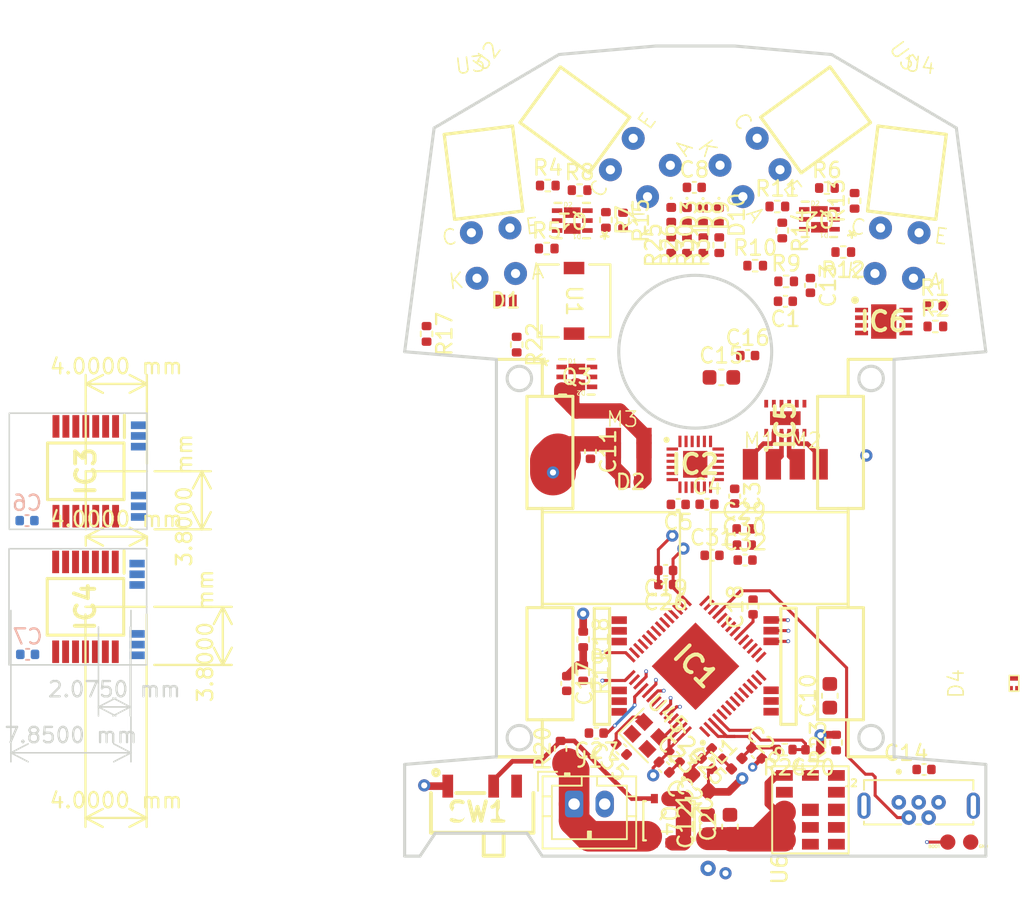
<source format=kicad_pcb>
(kicad_pcb (version 20221018) (generator pcbnew)
  (layers (0 "F.Cu" signal) (1 "In1.Cu" signal) (2 "In2.Cu" signal) (31 "B.Cu" signal) (34 "B.Paste" user) (35 "F.Paste" user) (36 "B.SilkS" user "B.Silkscreen") (37 "F.SilkS" user "F.Silkscreen") (38 "B.Mask" user) (39 "F.Mask" user) (44 "Edge.Cuts" user))
  (net 0 "")
  (net 1 "+3V3")
  (net 2 "+BATT")
  (net 3 "Net-(IC2-REGOUT)")
  (net 4 "Net-(J2-VBUS)")
  (net 5 "VBATT")
  (net 6 "Net-(IC1-CHIP_PU)")
  (net 7 "Net-(IC1-VDD3P3_1)")
  (net 8 "SENS_R")
  (net 9 "SENS_FR")
  (net 10 "SENS_FL")
  (net 11 "SENS_L")
  (net 12 "/BOOT")
  (net 13 "Net-(D1-A)")
  (net 14 "Net-(D2-A)")
  (net 15 "Net-(D3-K)")
  (net 16 "Net-(D3-A)")
  (net 17 "USB_D+")
  (net 18 "USB_D-")
  (net 19 "Net-(D8-K)")
  (net 20 "Net-(D8-A)")
  (net 21 "Net-(D9-K)")
  (net 22 "Net-(D9-A)")
  (net 23 "Net-(D10-K)")
  (net 24 "Net-(D10-A)")
  (net 26 "ENC1_CS")
  (net 27 "ENC2_CS")
  (net 28 "IMU_CS")
  (net 30 "ENC_CLK")
  (net 31 "ENC_MISO")
  (net 32 "ENC_MOSI")
  (net 33 "LED_SCL")
  (net 34 "LED_SDA")
  (net 37 "IMU_CLK")
  (net 38 "IMU_MISO")
  (net 39 "IMU_MOSI")
  (net 49 "MOT2_ENBL")
  (net 50 "MOT2_PHASE")
  (net 51 "MOT1_ENBL")
  (net 52 "MOT1_PHASE")
  (net 53 "MOT_MODE")
  (net 54 "BUZZER")
  (net 56 "FAN_PWM")
  (net 57 "LED_R")
  (net 58 "LED_FR")
  (net 61 "LED_FL")
  (net 62 "LED_L")
  (net 64 "Net-(IC1-XTAL_P)")
  (net 91 "Net-(IC5-AOUT1)")
  (net 92 "Net-(IC5-AOUT2)")
  (net 93 "Net-(IC5-BOUT1)")
  (net 94 "Net-(IC5-BOUT2)")
  (net 96 "Net-(J1-Pin_1)")
  (net 98 "Net-(Q2-D2)")
  (net 99 "Net-(Q2-D1)")
  (net 100 "Net-(Q4-G)")
  (net 101 "Net-(R5-Pad1)")
  (net 102 "Net-(R7-Pad1)")
  (net 103 "Net-(R11-Pad1)")
  (net 104 "SE_S_FR")
  (net 105 "Net-(R13-Pad1)")
  (net 106 "Net-(U6-FB)")
  (net 111 "GND")
  (net 112 "Net-(Q1-Pad3)")
  (net 113 "Net-(Q1-Pad6)")
  (footprint "footprints:SMT-0440-S-R_PUI" (layer "F.Cu") (at 143.075 73.6713 -90)
    (fp_text reference "U1")
    (fp_text value "SMT-0440-S-R")
  )
  (footprint "Capacitor_SMD:C_0603_1608Metric" (layer "F.Cu") (at 151.81 108.08 90)
    (fp_text reference "C12")
    (fp_text value "22u")
  )
  (footprint "Resistor_SMD:R_0402_1005Metric" (layer "F.Cu") (at 149.43 70.03 90)
    (fp_text reference "R25")
    (fp_text value "1k")
  )
  (footprint "Capacitor_SMD:C_0402_1005Metric" (layer "F.Cu") (at 149.89 86.99 180)
    (fp_text reference "C5")
    (fp_text value "0.1u")
  )
  (footprint "Resistor_SMD:R_0402_1005Metric" (layer "F.Cu") (at 152.57 70.03 90)
    (fp_text reference "R31")
    (fp_text value "1k")
  )
  (footprint "footprints:WURTH_614105150721" (layer "F.Cu") (at 165.61 106.4775)
    (fp_text reference "J2")
    (fp_text value "USB_B_Micro")
  )
  (footprint "Resistor_SMD:R_0402_1005Metric" (layer "F.Cu") (at 160.21 102.57 90)
    (fp_text reference "R23")
    (fp_text value "1.3k")
  )
  (footprint "footprints:encoder_footprint" (layer "F.Cu") (at 145.53 101.06 90)
    (fp_text reference "REF**")
    (fp_text value "encoder_footprint")
  )
  (footprint "Capacitor_SMD:C_0402_1005Metric" (layer "F.Cu") (at 151.75 103.95 135)
    (fp_text reference "C22")
    (fp_text value "1u")
  )
  (footprint "Capacitor_SMD:C_0402_1005Metric" (layer "F.Cu") (at 154.26 90.63)
    (fp_text reference "C32")
    (fp_text value "0.1u")
  )
  (footprint "footprints:DFN2020-6L_MCE" (layer "F.Cu") (at 143.2594 78.649986)
    (fp_text reference "Q3")
    (fp_text value "MCM3400A-TP")
  )
  (footprint "footprints:LBR-127HLD" (layer "F.Cu") (at 165.18 62.51 -7)
    (fp_text reference "U4")
    (fp_text value "LBR-127HLD")
  )
  (footprint "Resistor_SMD:R_0402_1005Metric" (layer "F.Cu") (at 141.36 66.13)
    (fp_text reference "R4")
    (fp_text value "47k")
  )
  (footprint "footprints:QFN40P700X700X90-57N-D" (layer "F.Cu") (at 151.017883 97.577153 135)
    (fp_text reference "IC1")
    (fp_text value "ESP32-S3FH4R2" hide)
  )
  (footprint "Resistor_SMD:R_0402_1005Metric" (layer "F.Cu") (at 150.46 70.03 90)
    (fp_text reference "R26")
    (fp_text value "1k")
  )
  (footprint "footprints:CONV_LXDC55FAAA-203" (layer "F.Cu") (at 158.53 106.97 90)
    (fp_text reference "U6")
    (fp_text value "LXDC55FAAA-203")
  )
  (footprint "Capacitor_SMD:C_0402_1005Metric" (layer "F.Cu") (at 158.532 72.663 -90)
    (fp_text reference "C13")
    (fp_text value "0.1u")
  )
  (footprint "LED_SMD:LED_0402_1005Metric" (layer "F.Cu") (at 152.55 68.055 -90)
    (fp_text reference "D10")
    (fp_text value "LED")
  )
  (footprint "Capacitor_SMD:C_0603_1608Metric" (layer "F.Cu") (at 153.27 108.07 90)
    (fp_text reference "C2")
    (fp_text value "22u")
  )
  (footprint "Capacitor_SMD:C_0402_1005Metric" (layer "F.Cu") (at 154.43 77.25)
    (fp_text reference "C16")
    (fp_text value "0.1u")
  )
  (footprint "Resistor_SMD:R_0402_1005Metric" (layer "F.Cu") (at 154.92 71.37)
    (fp_text reference "R10")
    (fp_text value "47k")
  )
  (footprint "Resistor_SMD:R_0402_1005Metric" (layer "F.Cu") (at 143.675 95.825 -90)
    (fp_text reference "R18")
    (fp_text value "10k")
  )
  (footprint "Crystal:Crystal_SMD_2016-4Pin_2.0x1.6mm" (layer "F.Cu") (at 147.766117 102.103934 -45)
    (fp_text reference "U45")
    (fp_text value "RTV-104DF333-S-40.000-TR")
  )
  (footprint "Capacitor_SMD:C_0402_1005Metric" (layer "F.Cu") (at 144.53 101.95 180)
    (fp_text reference "C27")
    (fp_text value "0.1u")
  )
  (footprint "Resistor_SMD:R_0402_1005Metric" (layer "F.Cu") (at 161.42 67.13 90)
    (fp_text reference "R13")
    (fp_text value "100")
  )
  (footprint "footprints:SOP65P640X120-14N" (layer "F.Cu") (at 111.13 93.69 -90)
    (fp_text reference "IC4")
    (fp_text value "AS5047P-ATSM" hide)
  )
  (footprint "footprints:DFN2020-6L_MCE" (layer "F.Cu") (at 142.9594 68.419986 180)
    (fp_text reference "Q1")
    (fp_text value "MCM3400A-TP")
  )
  (footprint "Capacitor_SMD:C_0402_1005Metric" (layer "F.Cu") (at 142.6 98.705 -90)
    (fp_text reference "C17")
    (fp_text value "0.1u")
  )
  (footprint "Capacitor_SMD:C_0603_1608Metric" (layer "F.Cu") (at 151.32 105.22 135)
    (fp_text reference "C21")
    (fp_text value "10u")
  )
  (footprint "footprints:SSSS810701" (layer "F.Cu") (at 137.82 105.42)
    (fp_text reference "SW1")
    (fp_text value "SSSS810701" hide)
  )
  (footprint "LED_SMD:LED_0402_1005Metric" (layer "F.Cu") (at 149.43 68.045 -90)
    (fp_text reference "D3")
    (fp_text value "LED")
  )
  (footprint "footprints:LBR-127HLD" (layer "F.Cu") (at 161.135267 60.185049 -54)
    (fp_text reference "U5")
    (fp_text value "LBR-127HLD")
  )
  (footprint "Capacitor_SMD:C_0402_1005Metric" (layer "F.Cu") (at 156.895 73.7 180)
    (fp_text reference "C1")
    (fp_text value "0.1u")
  )
  (footprint "footprints:PESD3V3L2UM,315" (layer "F.Cu") (at 168.345 98.695 90)
    (fp_text reference "D4")
    (fp_text value "PESD3V3L2UM,315")
  )
  (footprint "footprints:MK06-4.5" (layer "F.Cu") (at 146.15 81.975)
    (fp_text reference "M3")
    (fp_text value "Fan_Motor")
  )
  (footprint "Resistor_SMD:R_0402_1005Metric" (layer "F.Cu") (at 145.16 68.38 -90)
    (fp_text reference "R7")
    (fp_text value "100")
  )
  (footprint "footprints:SOP65P640X120-14N" (layer "F.Cu") (at 111.15 84.823 -90)
    (fp_text reference "IC3")
    (fp_text value "AS5047P-ATSM" hide)
  )
  (footprint "footprints:SOD-963   CST2C_TOS" (layer "F.Cu") (at 146.7734 85.525)
    (fp_text reference "D2")
    (fp_text value "CCS15S40,L3F")
  )
  (footprint "Capacitor_SMD:C_0402_1005Metric" (layer "F.Cu") (at 165.96 104.33 180)
    (fp_text reference "C14")
    (fp_text value "0.1u")
  )
  (footprint "Resistor_SMD:R_0402_1005Metric" (layer "F.Cu") (at 143.675 98.015 -90)
    (fp_text reference "R19")
    (fp_text value "30k")
  )
  (footprint "Capacitor_SMD:C_0603_1608Metric" (layer "F.Cu") (at 152.71 78.68)
    (fp_text reference "C15")
    (fp_text value "10u")
  )
  (footprint "footprints:DFN2020-6L_MCE" (layer "F.Cu") (at 159.1194 68.339986 180)
    (fp_text reference "Q2")
    (fp_text value "MCM3400A-TP")
  )
  (footprint "Resistor_SMD:R_0402_1005Metric" (layer "F.Cu") (at 156.945 72.4)
    (fp_text reference "R9")
    (fp_text value "1k")
  )
  (footprint "Resistor_SMD:R_0402_1005Metric" (layer "F.Cu") (at 159.61 66.29)
    (fp_text reference "R6")
    (fp_text value "1k")
  )
  (footprint "Resistor_SMD:R_0402_1005Metric" (layer "F.Cu") (at 156.85 103.03 180)
    (fp_text reference "R24")
    (fp_text value "10k")
  )
  (footprint "Resistor_SMD:R_0402_1005Metric" (layer "F.Cu") (at 166.664 73.993)
    (fp_text reference "R1")
    (fp_text value "10k")
  )
  (footprint "Inductor_SMD:L_0402_1005Metric" (layer "F.Cu") (at 153.71 103.95 45)
    (fp_text reference "L1")
    (fp_text value "2.0nH")
  )
  (footprint "Resistor_SMD:R_0402_1005Metric" (layer "F.Cu") (at 166.701 75.348)
    (fp_text reference "R2")
    (fp_text value "10k")
  )
  (footprint "Resistor_SMD:R_0402_1005Metric" (layer "F.Cu") (at 133.433 75.833 -90)
    (fp_text reference "R17")
    (fp_text value " 47k")
  )
  (footprint "LED_SMD:LED_0402_1005Metric" (layer "F.Cu") (at 150.46 68.055 -90)
    (fp_text reference "D8")
    (fp_text value "LED")
  )
  (footprint "Resistor_SMD:R_0402_1005Metric" (layer "F.Cu") (at 141.29 70.25)
    (fp_text reference "R5")
    (fp_text value "100")
  )
  (footprint "Resistor_SMD:R_0402_1005Metric" (layer "F.Cu") (at 151.53 70.03 90)
    (fp_text reference "R30")
    (fp_text value "1k")
  )
  (footprint "Capacitor_SMD:C_0402_1005Metric" (layer "F.Cu") (at 154.21 89.65)
    (fp_text reference "C30")
    (fp_text value "0.1u")
  )
  (footprint "Capacitor_SMD:C_0402_1005Metric" (layer "F.Cu") (at 153.58 86.45 -90)
    (fp_text reference "C3")
    (fp_text value "0.1u")
  )
  (footprint "footprints:QFN40P300X300X95-25N-D" (layer "F.Cu") (at 151 84.367)
    (fp_text reference "IC2")
    (fp_text value "MPU-6500" hide)
  )
  (footprint "footprints:SON50P300X300X100-9N-D" (layer "F.Cu") (at 163.325 75.025)
    (fp_text reference "IC6")
    (fp_text value "PCA9632TK,118" hide)
  )
  (footprint "Capacitor_SMD:C_0402_1005Metric" (layer "F.Cu") (at 155.02 103.26 -45)
    (fp_text reference "C28")
    (fp_text value "0.1u")
  )
  (footprint "Capacitor_SMD:C_0402_1005Metric" (layer "F.Cu") (at 154.19 88.59)
    (fp_text reference "C29")
    (fp_text value "0.1u")
  )
  (footprint "Capacitor_SMD:C_0402_1005Metric" (layer "F.Cu") (at 144.15 83.525 -90)
    (fp_text reference "C11")
    (fp_text value "0.1u")
  )
  (footprint "LED_SMD:LED_0402_1005Metric" (layer "F.Cu") (at 151.51 68.075 -90)
    (fp_text reference "D9")
    (fp_text value "LED")
  )
  (footprint "Resistor_SMD:R_0402_1005Metric" (layer "F.Cu") (at 146.28 68.42 -90)
    (fp_text reference "R15")
    (fp_text value "1k")
  )
  (footprint "Resistor_SMD:R_0402_1005Metric" (layer "F.Cu") (at 160.68 70.48 180)
    (fp_text reference "R12")
    (fp_text value "1k")
  )
  (footprint "Capacitor_SMD:C_0402_1005Metric" (layer "F.Cu") (at 150.94 66.25)
    (fp_text reference "C8")
    (fp_text value "1u")
  )
  (footprint "Resistor_SMD:R_0402_1005Metric" (layer "F.Cu") (at 156.37 67.5)
    (fp_text reference "R11")
    (fp_text value "100")
  )
  (footprint "Capacitor_SMD:C_0402_1005Metric" (layer "F.Cu") (at 148.97 104.18 -45)
    (fp_text reference "C23")
    (fp_text value "1u")
  )
  (footprint "footprints:encoder_footprint" (layer "F.Cu") (at 156.46 94.05 -90)
    (fp_text reference "REF**" hide)
    (fp_text value "encoder_footprint")
  )
  (footprint "footprints:SOD-963   CST2C_TOS" (layer "F.Cu") (at 138.6 73.65)
    (fp_text reference "D1")
    (fp_text value "CCS15S40,L3F")
  )
  (footprint "Capacitor_SMD:C_0402_1005Metric" (layer "F.Cu") (at 151.77 86.98)
    (fp_text reference "C4")
    (fp_text value "0.1u")
  )
  (footprint "Capacitor_SMD:C_0402_1005Metric" (layer "F.Cu") (at 158.69 103.04 180)
    (fp_text reference "C20")
    (fp_text value "1u")
  )
  (footprint "Resistor_SMD:R_0402_1005Metric" (layer "F.Cu") (at 143.44 66.43)
    (fp_text reference "R8")
    (fp_text value "47k")
  )
  (footprint "footprints:MK06-4.5" (layer "F.Cu") (at 158.171 83.365)
    (fp_text reference "M2")
    (fp_text value "MK06-4.5")
  )
  (footprint "Capacitor_SMD:C_0603_1608Metric" (layer "F.Cu") (at 159.8 99.51 90)
    (fp_text reference "C10")
    (fp_text value "22u")
  )
  (footprint "footprints:DRV8835DSSR" (layer "F.Cu") (at 156.89 81.35 90)
    (fp_text reference "IC5")
    (fp_text value "DRV8835DSSR" hide)
  )
  (footprint "Capacitor_SMD:C_0402_1005Metric" (layer "F.Cu") (at 146.17 103.01 135)
    (fp_text reference "C35")
    (fp_text value "0.1u")
  )
  (footprint "Capacitor_SMD:C_0402_1005Metric" (layer "F.Cu") (at 149.07 91.31 180)
    (fp_text reference "C19")
    (fp_text value "1u")
  )
  (footprint "footprints:MK06-4.5" (layer "F.Cu") (at 155.11 83.365)
    (fp_text reference "M1")
    (fp_text value "MK06-4.5")
  )
  (footprint "Resistor_SMD:R_0402_1005Metric" (layer "F.Cu") (at 156.69 69.07 -90)
    (fp_text reference "R14")
    (fp_text value "47k")
  )
  (footprint "Connector_JST:JST_PH_B2B-PH-K_1x02_P2.00mm_Vertical" (layer "F.Cu") (at 143.08 106.59)
    (fp_text reference "J1")
    (fp_text value "Conn_01x02")
  )
  (footprint "footprints:TSOP6F_SSM6J_TOS" (layer "F.Cu") (at 149.28 107.6842 -90)
    (fp_text reference "Q4")
    (fp_text value "SSM6J808R_LXHF")
  )
  (footprint "Capacitor_SMD:C_0402_1005Metric" (layer "F.Cu") (at 154.78 93.7 90)
    (fp_text reference "C18")
    (fp_text value "0.1u")
  )
  (footprint "Capacitor_SMD:C_0402_1005Metric" (layer "F.Cu") (at 152.41 103.3 135)
    (fp_text reference "C25")
    (fp_text value "0.1u")
  )
  (footprint "Capacitor_SMD:C_0402_1005Metric" (layer "F.Cu") (at 149.63 103.51 -45)
    (fp_text reference "C24")
    (fp_text value "0.01u")
  )
  (footprint "Capacitor_SMD:C_0402_1005Metric" (layer "F.Cu") (at 152.1 90.32)
    (fp_text reference "C31")
    (fp_text value "0.1u")
  )
  (footprint "footprints:BOOT_PAD" (layer "F.Cu") (at 167.51 109.08)
    (fp_text reference "REF**" hide)
    (fp_text value "BOOT_PAD")
  )
  (footprint "footprints:LBR-127HLD" (layer "F.Cu") (at 140.86 60.19 54)
    (fp_text reference "U2")
    (fp_text value "LBR-127HLD")
  )
  (footprint "Resistor_SMD:R_0402_1005Metric" (layer "F.Cu") (at 139.325 76.535 -90)
    (fp_text reference "R22")
    (fp_text value " 47k")
  )
  (footprint "Resistor_SMD:R_0402_1005Metric" (layer "F.Cu") (at 142.197 102.971 90)
    (fp_text reference "R20")
    (fp_text value "47k")
  )
  (footprint "footprints:LBR-127HLD" (layer "F.Cu") (at 136.82 62.51 7)
    (fp_text reference "U3")
    (fp_text value "LBR-127HLD")
  )
  (footprint "Capacitor_SMD:C_0402_1005Metric" (layer "F.Cu") (at 149.073 92.234 180)
    (fp_text reference "C26")
    (fp_text value "0.1u")
  )
  (footprint "footprints:encoder_footprint" (layer "B.Cu") (at 115.1 88.31 90)
    (fp_text reference "REF**")
    (fp_text value "encoder_footprint")
  )
  (footprint "Capacitor_SMD:C_0402_1005Metric" (layer "B.Cu") (at 107.35 96.8 180)
    (fp_text reference "C7")
    (fp_text value "0.1u")
  )
  (footprint "Capacitor_SMD:C_0402_1005Metric" (layer "B.Cu") (at 107.31 88.05 180)
    (fp_text reference "C6")
    (fp_text value "0.1u")
  )
  (footprint "footprints:encoder_footprint" (layer "B.Cu") (at 115.005 97.36 90)
    (fp_text reference "REF**")
    (fp_text value "encoder_footprint")
  )
  (gr_line (start 145.4 101.38) (end 145.4 93.78) (stroke (width 0.2)) (layer "F.SilkS"))
  (gr_line (start 140 101.08) (end 141 101.08) (stroke (width 0.2)) (layer "F.SilkS"))
  (gr_line (start 158.998 101.079) (end 161 101.08) (stroke (width 0.2)) (layer "F.SilkS"))
  (gr_line (start 161 93.743) (end 162 93.743) (stroke (width 0.2)) (layer "F.SilkS"))
  (gr_line (start 144.4 93.78) (end 144.4 101.38) (stroke (width 0.2)) (layer "F.SilkS"))
  (gr_line (start 161 79.92) (end 162 79.92) (stroke (width 0.2)) (layer "F.SilkS"))
  (gr_line (start 141 79.92) (end 143 79.919) (stroke (width 0.2)) (layer "F.SilkS"))
  (gr_line (start 115.15 84.82) (end 111.15 84.823) (stroke (width 0.15)) (layer "F.SilkS"))
  (gr_line (start 164 77.5) (end 161 77.5) (stroke (width 0.2)) (layer "F.SilkS"))
  (gr_line (start 144.4 101.38) (end 145.4 101.38) (stroke (width 0.2)) (layer "F.SilkS"))
  (gr_line (start 156.6 93.78) (end 156.6 101.38) (stroke (width 0.2)) (layer "F.SilkS"))
  (gr_line (start 161 87.257) (end 159 87.258) (stroke (width 0.2)) (layer "F.SilkS"))
  (gr_line (start 138 103.5) (end 141 103.5) (stroke (width 0.2)) (layer "F.SilkS"))
  (gr_line (start 159 93.742) (end 158.998 101.079) (stroke (width 0.2)) (layer "F.SilkS"))
  (gr_line (start 157.6 93.78) (end 156.6 93.78) (stroke (width 0.2)) (layer "F.SilkS"))
  (gr_line (start 159 87.258) (end 159 79.921) (stroke (width 0.2)) (layer "F.SilkS"))
  (gr_line (start 150 87.5) (end 150 93.5) (stroke (width 0.15)) (layer "F.SilkS"))
  (gr_line (start 161 101.08) (end 161 103.5) (stroke (width 0.2)) (layer "F.SilkS"))
  (gr_line (start 162.460403 62.00963) (end 159.815369 58.369054) (stroke (width 0.2)) (layer "F.SilkS"))
  (gr_line (start 161 77.5) (end 161 79.92) (stroke (width 0.2)) (layer "F.SilkS"))
  (gr_line (start 162.946063 62.23462) (end 162.263595 67.792879) (stroke (width 0.2)) (layer "F.SilkS"))
  (gr_line (start 115.13 93.69) (end 111.13 93.69) (stroke (width 0.15)) (layer "F.SilkS"))
  (gr_line (start 157.929907 65.301228) (end 155.284874 61.660651) (stroke (width 0.2)) (layer "F.SilkS"))
  (gr_line (start 141 93.743) (end 143 93.742) (stroke (width 0.2)) (layer "F.SilkS"))
  (gr_line (start 155.284874 61.660651) (end 157.929907 65.301228) (stroke (width 0.2)) (layer "F.SilkS"))
  (gr_line (start 162 79.92) (end 162 87.257) (stroke (width 0.2)) (layer "F.SilkS"))
  (gr_line (start 161 87.5) (end 152 87.5) (stroke (width 0.15)) (layer "F.SilkS"))
  (gr_line (start 141 87.257) (end 143 87.257) (stroke (width 0.2)) (layer "F.SilkS"))
  (gr_line (start 161 93.743) (end 159 93.742) (stroke (width 0.2)) (layer "F.SilkS"))
  (gr_line (start 146.715126 61.660651) (end 142.184631 58.369054) (stroke (width 0.2)) (layer "F.SilkS"))
  (gr_line (start 159.815369 58.369054) (end 155.284874 61.660651) (stroke (width 0.2)) (layer "F.SilkS"))
  (gr_line (start 146.715126 61.660651) (end 144.070092 65.301228) (stroke (width 0.2)) (layer "F.SilkS"))
  (gr_line (start 143 87.257) (end 143 79.919) (stroke (width 0.2)) (layer "F.SilkS"))
  (gr_line (start 111.15 84.823) (end 111.15 88.623) (stroke (width 0.15)) (layer "F.SilkS"))
  (gr_line (start 141 87.5) (end 150 87.5) (stroke (width 0.15)) (layer "F.SilkS"))
  (gr_line (start 144.070092 65.301228) (end 146.715126 61.660651) (stroke (width 0.2)) (layer "F.SilkS"))
  (gr_line (start 141 77.5) (end 141 79.92) (stroke (width 0.2)) (layer "F.SilkS"))
  (gr_line (start 162.263595 67.792879) (end 166.730053 68.341291) (stroke (width 0.2)) (layer "F.SilkS"))
  (gr_line (start 141 79.92) (end 140 79.92) (stroke (width 0.2)) (layer "F.SilkS"))
  (gr_line (start 140 79.92) (end 140 87.257) (stroke (width 0.2)) (layer "F.SilkS"))
  (gr_line (start 162 93.743) (end 162 101.08) (stroke (width 0.2)) (layer "F.SilkS"))
  (gr_line (start 167.412521 62.783032) (end 162.946063 62.23462) (stroke (width 0.2)) (layer "F.SilkS"))
  (gr_line (start 141 87.257) (end 141 93.743) (stroke (width 0.2)) (layer "F.SilkS"))
  (gr_line (start 139.539597 62.00963) (end 144.070092 65.301228) (stroke (width 0.2)) (layer "F.SilkS"))
  (gr_line (start 161 103.5) (end 164 103.5) (stroke (width 0.2)) (layer "F.SilkS"))
  (gr_line (start 161 87.257) (end 161 93.743) (stroke (width 0.2)) (layer "F.SilkS"))
  (gr_line (start 143 93.742) (end 143.001 101.079) (stroke (width 0.2)) (layer "F.SilkS"))
  (gr_line (start 138 77.5) (end 141 77.5) (stroke (width 0.2)) (layer "F.SilkS"))
  (gr_line (start 155.284874 61.660651) (end 159.815369 58.369054) (stroke (width 0.2)) (layer "F.SilkS"))
  (gr_line (start 141 93.743) (end 140 93.743) (stroke (width 0.2)) (layer "F.SilkS"))
  (gr_line (start 135.269947 68.341291) (end 139.736405 67.792879) (stroke (width 0.2)) (layer "F.SilkS"))
  (gr_line (start 159.815369 58.369054) (end 162.460403 62.00963) (stroke (width 0.2)) (layer "F.SilkS"))
  (gr_line (start 162 87.257) (end 161 87.257) (stroke (width 0.2)) (layer "F.SilkS"))
  (gr_line (start 139.053936 62.23462) (end 134.587479 62.783032) (stroke (width 0.2)) (layer "F.SilkS"))
  (gr_line (start 142.184631 58.369054) (end 139.539597 62.00963) (stroke (width 0.2)) (layer "F.SilkS"))
  (gr_line (start 140 93.743) (end 140 101.08) (stroke (width 0.2)) (layer "F.SilkS"))
  (gr_line (start 161 79.92) (end 159 79.921) (stroke (width 0.2)) (layer "F.SilkS"))
  (gr_line (start 156.6 101.38) (end 157.6 101.38) (stroke (width 0.2)) (layer "F.SilkS"))
  (gr_line (start 141 101.08) (end 141 103.5) (stroke (width 0.2)) (layer "F.SilkS"))
  (gr_line (start 145.4 93.78) (end 144.4 93.78) (stroke (width 0.2)) (layer "F.SilkS"))
  (gr_line (start 162.460403 62.00963) (end 157.929907 65.301228) (stroke (width 0.2)) (layer "F.SilkS"))
  (gr_line (start 157.6 101.38) (end 157.6 93.78) (stroke (width 0.2)) (layer "F.SilkS"))
  (gr_line (start 143.001 101.079) (end 141 101.08) (stroke (width 0.2)) (layer "F.SilkS"))
  (gr_line (start 157.929907 65.301228) (end 162.460403 62.00963) (stroke (width 0.2)) (layer "F.SilkS"))
  (gr_line (start 134.587479 62.783032) (end 135.269947 68.341291) (stroke (width 0.2)) (layer "F.SilkS"))
  (gr_line (start 162 101.08) (end 161 101.08) (stroke (width 0.2)) (layer "F.SilkS"))
  (gr_line (start 139.736405 67.792879) (end 139.053936 62.23462) (stroke (width 0.2)) (layer "F.SilkS"))
  (gr_line (start 166.730053 68.341291) (end 167.412521 62.783032) (stroke (width 0.2)) (layer "F.SilkS"))
  (gr_line (start 150 93.5) (end 141 93.5) (stroke (width 0.15)) (layer "F.SilkS"))
  (gr_line (start 140 87.257) (end 141 87.257) (stroke (width 0.2)) (layer "F.SilkS"))
  (gr_line (start 152 87.5) (end 152 93.5) (stroke (width 0.15)) (layer "F.SilkS"))
  (gr_line (start 144.070092 65.301228) (end 139.539597 62.00963) (stroke (width 0.2)) (layer "F.SilkS"))
  (gr_line (start 161 87.5) (end 161 93.5) (stroke (width 0.15)) (layer "F.SilkS"))
  (gr_line (start 142.184631 58.369054) (end 146.715126 61.660651) (stroke (width 0.2)) (layer "F.SilkS"))
  (gr_line (start 141 103.5) (end 138 103.5) (stroke (width 0.2)) (layer "F.SilkS"))
  (gr_line (start 141 90.5) (end 141 87.5) (stroke (width 0.15)) (layer "F.SilkS"))
  (gr_line (start 152 93.5) (end 161 93.5) (stroke (width 0.15)) (layer "F.SilkS"))
  (gr_line (start 139.539597 62.00963) (end 142.184631 58.369054) (stroke (width 0.2)) (layer "F.SilkS"))
  (gr_line (start 133.926947 62.363381) (end 132 77) (stroke (width 0.2)) (layer "Edge.Cuts"))
  (gr_line (start 170 104.000001) (end 164 103.5) (stroke (width 0.2)) (layer "Edge.Cuts"))
  (gr_rect (start 106.15 81.02) (end 115.15 88.62) (stroke (width 0.1)) (fill none) (layer "Edge.Cuts"))
  (gr_line (start 168.073053 62.363381) (end 159.910364 57.554884) (stroke (width 0.2)) (layer "Edge.Cuts"))
  (gr_circle (center 151 77) (end 151 82) (stroke (width 0.2)) (fill none) (layer "Edge.Cuts"))
  (gr_circle (center 139.5 102.25) (end 139.5 103.05) (stroke (width 0.2)) (fill none) (layer "Edge.Cuts"))
  (gr_line (start 132 110.000001) (end 133 110.000001) (stroke (width 0.2)) (layer "Edge.Cuts"))
  (gr_line (start 170 77) (end 168.073053 62.363381) (stroke (width 0.2)) (layer "Edge.Cuts"))
  (gr_line (start 132 104.000001) (end 132 110.000001) (stroke (width 0.2)) (layer "Edge.Cuts"))
  (gr_line (start 159.910364 57.554884) (end 153.568016 57) (stroke (width 0.2)) (layer "Edge.Cuts"))
  (gr_line (start 148.431984 57) (end 142.089636 57.554884) (stroke (width 0.2)) (layer "Edge.Cuts"))
  (gr_line (start 132 77) (end 138 77.5) (stroke (width 0.2)) (layer "Edge.Cuts"))
  (gr_line (start 141 110) (end 170 110) (stroke (width 0.2)) (layer "Edge.Cuts"))
  (gr_line (start 164 77.5) (end 170 77) (stroke (width 0.2)) (layer "Edge.Cuts"))
  (gr_line (start 138 103.5) (end 132 104.000001) (stroke (width 0.2)) (layer "Edge.Cuts"))
  (gr_line (start 138 77.5) (end 138 103.5) (stroke (width 0.2)) (layer "Edge.Cuts"))
  (gr_line (start 133 110.000001) (end 134 108.5) (stroke (width 0.2)) (layer "Edge.Cuts"))
  (gr_line (start 140 108.5) (end 141 110) (stroke (width 0.2)) (layer "Edge.Cuts"))
  (gr_line (start 142.089636 57.554884) (end 133.926947 62.363381) (stroke (width 0.2)) (layer "Edge.Cuts"))
  (gr_circle (center 162.5 102.25) (end 162.5 103.05) (stroke (width 0.2)) (fill none) (layer "Edge.Cuts"))
  (gr_line (start 170 110) (end 170 104.000001) (stroke (width 0.2)) (layer "Edge.Cuts"))
  (gr_line (start 134 108.5) (end 140 108.5) (stroke (width 0.2)) (layer "Edge.Cuts"))
  (gr_line (start 164 103.5) (end 164 77.5) (stroke (width 0.2)) (layer "Edge.Cuts"))
  (gr_circle (center 162.5 78.75) (end 162.5 79.55) (stroke (width 0.2)) (fill none) (layer "Edge.Cuts"))
  (gr_circle (center 139.5 78.75) (end 139.5 79.55) (stroke (width 0.2)) (fill none) (layer "Edge.Cuts"))
  (gr_line (start 153.568016 57) (end 148.431984 57) (stroke (width 0.2)) (layer "Edge.Cuts"))
  (gr_rect (start 106.13 89.89) (end 115.13 97.49) (stroke (width 0.1)) (fill none) (layer "Edge.Cuts"))
  (dimension (type aligned) (layer "F.SilkS") (pts (xy 115.15 84.82) (xy 111.15 84.823)) (height 5.714903) (gr_text "4.0000 mm" (at 113.144852 77.956599 0.04297182658) (layer "F.SilkS") (effects (font (size 1 1) (thickness 0.15)))) (format (prefix "") (suffix "") (units 3) (units_format 1) (precision 4)) (style (thickness 0.15) (arrow_length 1.27) (text_position_mode 0) (extension_height 0.58642) (extension_offset 0.5) keep_text_aligned))
  (dimension (type aligned) (layer "F.SilkS") (pts (xy 111.13 93.69) (xy 115.13 93.69)) (height 13.811) (gr_text "4.0000 mm" (at 113.13 106.351) (layer "F.SilkS") (effects (font (size 1 1) (thickness 0.15)))) (format (prefix "") (suffix "") (units 3) (units_format 1) (precision 4)) (style (thickness 0.15) (arrow_length 1.27) (text_position_mode 0) (extension_height 0.58642) (extension_offset 0.5) keep_text_aligned))
  (dimension (type aligned) (layer "F.SilkS") (pts (xy 115.15 88.62) (xy 115.15 84.82)) (height 3.589) (gr_text "3.8000 mm" (at 117.589 86.72 90) (layer "F.SilkS") (effects (font (size 1 1) (thickness 0.15)))) (format (prefix "") (suffix "") (units 3) (units_format 1) (precision 4)) (style (thickness 0.15) (arrow_length 1.27) (text_position_mode 0) (extension_height 0.58642) (extension_offset 0.5) keep_text_aligned))
  (dimension (type aligned) (layer "F.SilkS") (pts (xy 111.15 88.623) (xy 115.15 88.62)) (height 0.478722) (gr_text "4.0000 mm" (at 113.149497 87.950222 0.04297182658) (layer "F.SilkS") (effects (font (size 1 1) (thickness 0.15)))) (format (prefix "") (suffix "") (units 3) (units_format 1) (precision 4)) (style (thickness 0.15) (arrow_length 1.27) (text_position_mode 0) (extension_height 0.58642) (extension_offset 0.5) keep_text_aligned))
  (dimension (type aligned) (layer "F.SilkS") (pts (xy 115.13 97.49) (xy 115.13 93.69)) (height 4.98) (gr_text "3.8000 mm" (at 118.96 95.59 90) (layer "F.SilkS") (effects (font (size 1 1) (thickness 0.15)))) (format (prefix "") (suffix "") (units 3) (units_format 1) (precision 4)) (style (thickness 0.15) (arrow_length 1.27) (text_position_mode 0) (extension_height 0.58642) (extension_offset 0.5) keep_text_aligned))
  (dimension (type aligned) (layer "Edge.Cuts") (pts (xy 114.055 94.51) (xy 111.98 94.51)) (height -5.73) (gr_text "2.0750 mm" (at 113.0175 99.09) (layer "Edge.Cuts") (effects (font (size 1 1) (thickness 0.15)))) (format (prefix "") (suffix "") (units 3) (units_format 1) (precision 4)) (style (thickness 0.1) (arrow_length 1.27) (text_position_mode 0) (extension_height 0.58642) (extension_offset 0.5) keep_text_aligned))
  (dimension (type aligned) (layer "Edge.Cuts") (pts (xy 114.105 93.43) (xy 106.255 93.43)) (height -9.81) (gr_text "7.8500 mm" (at 110.18 102.09) (layer "Edge.Cuts") (effects (font (size 1 1) (thickness 0.15)))) (format (prefix "") (suffix "") (units 3) (units_format 1) (precision 4)) (style (thickness 0.1) (arrow_length 1.27) (text_position_mode 0) (extension_height 0.58642) (extension_offset 0.5) keep_text_aligned))
  (segment (start 157.05 94.55) (end 157.06 94.56) (width 0.2) (layer "F.Cu") (net 0))
  (segment (start 155.96 95.25) (end 157.08 95.25) (width 0.2) (layer "F.Cu") (net 0))
  (segment (start 167.51 109.08) (end 166.15 109.08) (width 0.2) (layer "F.Cu") (net 0))
  (segment (start 157.07 95.95) (end 157.08 95.94) (width 0.2) (layer "F.Cu") (net 0))
  (segment (start 155.96 95.95) (end 157.07 95.95) (width 0.2) (layer "F.Cu") (net 0))
  (segment (start 155.96 94.55) (end 157.05 94.55) (width 0.2) (layer "F.Cu") (net 0))
  (segment (start 157.08 95.25) (end 157.09 95.26) (width 0.2) (layer "F.Cu") (net 0))
  (via (at 157.06 94.56) (size 0.25) (drill 0.15) (layers "F.Cu" "B.Cu") (net 0))
  (via (at 157.08 95.94) (size 0.25) (drill 0.15) (layers "F.Cu" "B.Cu") (net 0))
  (via (at 157.09 95.26) (size 0.25) (drill 0.15) (layers "F.Cu" "B.Cu") (net 0))
  (via (at 166.15 109.08) (size 0.25) (drill 0.15) (layers "F.Cu" "B.Cu") (net 0))
  (segment (start 153.193593 105.795454) (end 151.895454 105.795454) (width 0.5) (layer "F.Cu") (net 1))
  (segment (start 148.25 104.71) (end 148.25 104.221178) (width 0.2) (layer "F.Cu") (net 1))
  (segment (start 149.553 92.234) (end 149.553 91.313) (width 0.2) (layer "F.Cu") (net 1))
  (segment (start 145.830589 102.670589) (end 145.830589 101.988853) (width 0.2) (layer "F.Cu") (net 1))
  (segment (start 153.367053 104.292947) (end 153.367053 104.257053) (width 0.2) (layer "F.Cu") (net 1))
  (segment (start 149.553 91.313) (end 149.55 91.31) (width 0.2) (layer "F.Cu") (net 1))
  (segment (start 153.367053 104.257053) (end 152.749411 103.639411) (width 0.2) (layer "F.Cu") (net 1))
  (segment (start 145.25 101.95) (end 145.74 101.46) (width 0.2) (layer "F.Cu") (net 1))
  (segment (start 147.588415 99.026722) (end 147.04 99.575137) (width 0.2) (layer "F.Cu") (net 1))
  (segment (start 154.78 94.663564) (end 153.881665 95.561899) (width 0.2) (layer "F.Cu") (net 1))
  (segment (start 149.290589 103.170589) (end 149.290589 102.981402) (width 0.2) (layer "F.Cu") (net 1))
  (segment (start 149.55 91.31) (end 149.55 90.56) (width 0.2) (layer "F.Cu") (net 1))
  (segment (start 149.553 92.435314) (end 149.553 92.234) (width 0.2) (layer "F.Cu") (net 1))
  (segment (start 147.341853 100.901853) (end 147.660051 101.220051) (width 0.2) (layer "F.Cu") (net 1))
  (segment (start 149.290589 103.180589) (end 148.630589 103.840589) (width 0.2) (layer "F.Cu") (net 1))
  (segment (start 146.917589 100.901853) (end 147.341853 100.901853) (width 0.2) (layer "F.Cu") (net 1))
  (segment (start 145.830589 101.988853) (end 146.917589 100.901853) (width 0.2) (layer "F.Cu") (net 1))
  (segment (start 145.01 101.95) (end 145.25 101.95) (width 0.2) (layer "F.Cu") (net 1))
  (segment (start 151.868008 105.768008) (end 151.868008 104.510814) (width 0.2) (layer "F.Cu") (net 1))
  (segment (start 154.78 94.18) (end 154.78 94.663564) (width 0.2) (layer "F.Cu") (net 1))
  (segment (start 149.290589 103.170589) (end 149.290589 103.180589) (width 0.2) (layer "F.Cu") (net 1))
  (segment (start 149.290589 103.170589) (end 149.290589 102.415717) (width 0.2) (layer "F.Cu") (net 1))
  (segment (start 149.290589 102.415717) (end 150.134 101.572306) (width 0.2) (layer "F.Cu") (net 1))
  (segment (start 150.416842 93.299157) (end 149.553 92.435314) (width 0.2) (layer "F.Cu") (net 1))
  (segment (start 149.290589 102.981402) (end 150.416842 101.855149) (width 0.2) (layer "F.Cu") (net 1))
  (segment (start 154.071403 104.917644) (end 153.193593 105.795454) (width 0.5) (layer "F.Cu") (net 1))
  (segment (start 148.25 104.221178) (end 148.630589 103.840589) (width 0.2) (layer "F.Cu") (net 1))
  (segment (start 151.868008 104.510814) (end 152.089411 104.289411) (width 0.2) (layer "F.Cu") (net 1))
  (segment (start 147.04 99.575137) (end 147.04 100.12) (width 0.2) (layer "F.Cu") (net 1))
  (segment (start 151.895454 105.795454) (end 151.868008 105.768008) (width 0.5) (layer "F.Cu") (net 1))
  (segment (start 149.55 90.56) (end 150.23 89.88) (width 0.2) (layer "F.Cu") (net 1))
  (via (at 150.23 89.88) (size 0.8) (drill 0.4) (layers "F.Cu" "B.Cu") (net 1))
  (via (at 147.04 100.12) (size 0.25) (drill 0.15) (layers "F.Cu" "B.Cu") (net 1))
  (via (at 148.25 104.71) (size 0.8) (drill 0.4) (layers "F.Cu" "B.Cu") (net 1))
  (via (at 154.071403 104.917644) (size 0.8) (drill 0.4) (layers "F.Cu" "B.Cu") (net 1))
  (via (at 145.74 101.46) (size 0.25) (drill 0.15) (layers "F.Cu" "B.Cu") (net 1))
  (segment (start 147.04 100.16) (end 145.74 101.46) (width 0.2) (layer "B.Cu") (net 1))
  (segment (start 147.04 100.12) (end 147.04 100.16) (width 0.2) (layer "B.Cu") (net 1))
  (segment (start 145.6 83.025) (end 142.85 83.025) (width 1) (layer "F.Cu") (net 2))
  (segment (start 151.81 108.855) (end 153.26 108.855) (width 1.5) (layer "F.Cu") (net 2))
  (segment (start 156.18 106.97) (end 155.78 106.57) (width 0.5) (layer "F.Cu") (net 2))
  (segment (start 142.85 83.025) (end 142.025 83.85) (width 1) (layer "F.Cu") (net 2))
  (segment (start 145.65 82.975) (end 145.65 84.55) (width 1) (layer "F.Cu") (net 2))
  (segment (start 145.65 84.55) (end 146.2556 85.1556) (width 1) (layer "F.Cu") (net 2))
  (segment (start 143.675 94.145) (end 143.67 94.14) (width 0.5) (layer "F.Cu") (net 2))
  (segment (start 150.230001 109.132) (end 150.230001 106.2364) (width 1) (layer "F.Cu") (net 2))
  (segment (start 156.83 106.97) (end 156.18 106.97) (width 0.5) (layer "F.Cu") (net 2))
  (segment (start 150.230001 109.132) (end 149.529999 109.132) (width 1) (layer "F.Cu") (net 2))
  (segment (start 146.2556 85.1556) (end 146.2556 85.525) (width 1) (layer "F.Cu") (net 2))
  (segment (start 155.78 106.57) (end 155.78 105.24) (width 0.5) (layer "F.Cu") (net 2))
  (segment (start 155.105 108.845) (end 156.83 107.12) (width 1.5) (layer "F.Cu") (net 2))
  (segment (start 153.27 108.845) (end 155.105 108.845) (width 1.5) (layer "F.Cu") (net 2))
  (segment (start 156.105 108.845) (end 156.83 108.12) (width 1.5) (layer "F.Cu") (net 2))
  (segment (start 153.27 108.845) (end 153.375 108.95) (width 1.5) (layer "F.Cu") (net 2))
  (segment (start 156.3 104.72) (end 156.83 104.72) (width 0.5) (layer "F.Cu") (net 2))
  (segment (start 150.230001 106.2364) (end 149.28 106.2364) (width 1) (layer "F.Cu") (net 2))
  (segment (start 143.675 95.315) (end 143.675 94.145) (width 0.5) (layer "F.Cu") (net 2))
  (segment (start 155.78 105.24) (end 156.3 104.72) (width 0.5) (layer "F.Cu") (net 2))
  (segment (start 141.7 84.175) (end 142.025 83.85) (width 3) (layer "F.Cu") (net 2))
  (segment (start 153.375 108.95) (end 156.83 108.95) (width 1.5) (layer "F.Cu") (net 2))
  (segment (start 153.26 108.855) (end 153.27 108.845) (width 1.5) (layer "F.Cu") (net 2))
  (segment (start 153.27 108.845) (end 156.105 108.845) (width 1.5) (layer "F.Cu") (net 2))
  (segment (start 145.65 82.975) (end 145.6 83.025) (width 1) (layer "F.Cu") (net 2))
  (segment (start 141.7 84.9) (end 141.7 84.175) (width 3) (layer "F.Cu") (net 2))
  (via (at 141.7 84.9) (size 0.8) (drill 0.4) (layers "F.Cu" "B.Cu") (net 2))
  (via (at 162.19 83.79) (size 0.8) (drill 0.4) (layers "F.Cu" "B.Cu") (net 2))
  (via (at 143.67 94.14) (size 0.8) (drill 0.4) (layers "F.Cu" "B.Cu") (net 2))
  (segment (start 143.32 97.505) (end 142.6 98.225) (width 0.5) (layer "F.Cu") (net 5))
  (segment (start 143.675 96.335) (end 143.675 97.505) (width 0.5) (layer "F.Cu") (net 5))
  (segment (start 143.675 97.505) (end 143.32 97.505) (width 0.5) (layer "F.Cu") (net 5))
  (segment (start 157.39 103) (end 157.36 103.03) (width 0.2) (layer "F.Cu") (net 6))
  (segment (start 154.65 101.77) (end 153.23 101.77) (width 0.2) (layer "F.Cu") (net 6))
  (segment (start 157.36 103.03) (end 158.2 103.03) (width 0.2) (layer "F.Cu") (net 6))
  (segment (start 152.467452 101.006621) (end 153.230416 101.769585) (width 0.2) (layer "F.Cu") (net 6))
  (segment (start 158.21 103.04) (end 158.21 102.64) (width 0.2) (layer "F.Cu") (net 6))
  (segment (start 158.2 103.03) (end 158.21 103.04) (width 0.2) (layer "F.Cu") (net 6))
  (segment (start 158.21 102.64) (end 157.98 102.41) (width 0.2) (layer "F.Cu") (net 6))
  (segment (start 157.98 102.41) (end 155.29 102.41) (width 0.2) (layer "F.Cu") (net 6))
  (segment (start 155.29 102.41) (end 154.65 101.77) (width 0.2) (layer "F.Cu") (net 6))
  (segment (start 154.68 102.4) (end 154.68 102.92) (width 0.2) (layer "F.Cu") (net 7))
  (segment (start 152.184609 101.289464) (end 153.065145 102.17) (width 0.2) (layer "F.Cu") (net 7))
  (segment (start 154.68 102.92) (end 154.680589 102.920589) (width 0.2) (layer "F.Cu") (net 7))
  (segment (start 156.230589 102.920589) (end 156.34 103.03) (width 0.2) (layer "F.Cu") (net 7))
  (segment (start 154.052947 103.548231) (end 154.680589 102.920589) (width 0.2) (layer "F.Cu") (net 7))
  (segment (start 153.57 102.17) (end 154.45 102.17) (width 0.2) (layer "F.Cu") (net 7))
  (segment (start 153.065145 102.17) (end 153.57 102.17) (width 0.2) (layer "F.Cu") (net 7))
  (segment (start 153.57 102.17) (end 152.49946 102.17) (width 0.2) (layer "F.Cu") (net 7))
  (segment (start 154.052947 103.607053) (end 154.052947 103.548231) (width 0.2) (layer "F.Cu") (net 7))
  (segment (start 154.680589 102.920589) (end 156.230589 102.920589) (width 0.2) (layer "F.Cu") (net 7))
  (segment (start 154.45 102.17) (end 154.68 102.4) (width 0.2) (layer "F.Cu") (net 7))
  (segment (start 152.49946 102.17) (end 151.901766 101.572306) (width 0.2) (layer "F.Cu") (net 7))
  (segment (start 147.65 85.3306) (end 147.4556 85.525) (width 1) (layer "F.Cu") (net 14))
  (segment (start 143.25 80.875) (end 142.927 80.552) (width 1) (layer "F.Cu") (net 14))
  (segment (start 142.927 79.502386) (end 143.2071 79.222286) (width 1) (layer "F.Cu") (net 14))
  (segment (start 142.2688 79.8938) (end 142.2688 79.502386) (width 1) (layer "F.Cu") (net 14))
  (segment (start 147.65 82.975) (end 147.65 85.3306) (width 1) (layer "F.Cu") (net 14))
  (segment (start 147.65 82.975) (end 147.65 82.475) (width 1) (layer "F.Cu") (net 14))
  (segment (start 142.927 80.552) (end 142.927 79.502386) (width 1) (layer "F.Cu") (net 14))
  (segment (start 147.65 82.475) (end 146.05 80.875) (width 1) (layer "F.Cu") (net 14))
  (segment (start 143.25 80.875) (end 142.2688 79.8938) (width 1) (layer "F.Cu") (net 14))
  (segment (start 146.05 80.875) (end 143.25 80.875) (width 1) (layer "F.Cu") (net 14))
  (segment (start 153.975137 92.64) (end 155.857515 92.64) (width 0.2) (layer "F.Cu") (net 18))
  (segment (start 164.215398 107.4775) (end 162.764 106.026102) (width 0.2) (layer "F.Cu") (net 18))
  (segment (start 160.897515 97.68) (end 160.897515 103.407515) (width 0.2) (layer "F.Cu") (net 18))
  (segment (start 162.764 104.824) (end 162.58 104.64) (width 0.2) (layer "F.Cu") (net 18))
  (segment (start 160.897515 103.407515) (end 162.13 104.64) (width 0.2) (layer "F.Cu") (net 18))
  (segment (start 164.96 107.4775) (end 164.215398 107.4775) (width 0.2) (layer "F.Cu") (net 18))
  (segment (start 155.857515 92.64) (end 160.897515 97.68) (width 0.2) (layer "F.Cu") (net 18))
  (segment (start 162.13 104.64) (end 162.58 104.64) (width 0.2) (layer "F.Cu") (net 18))
  (segment (start 152.467452 94.147685) (end 153.975137 92.64) (width 0.2) (layer "F.Cu") (net 18))
  (segment (start 162.764 106.026102) (end 162.764 104.824) (width 0.2) (layer "F.Cu") (net 18))
  (segment (start 145.405 96.685) (end 144.952 96.685) (width 0.2) (layer "F.Cu") (net 53))
  (segment (start 145.410113 96.690113) (end 145.405 96.685) (width 0.2) (layer "F.Cu") (net 53))
  (segment (start 146.739887 96.976112) (end 146.453887 96.690113) (width 0.2) (layer "F.Cu") (net 53))
  (segment (start 146.453887 96.690113) (end 145.410113 96.690113) (width 0.2) (layer "F.Cu") (net 53))
  (via (at 144.952 96.685) (size 0.25) (drill 0.15) (layers "F.Cu" "B.Cu") (net 53))
  (segment (start 144.94096 98.50904) (end 144.93 98.52) (width 0.2) (layer "F.Cu") (net 54))
  (segment (start 146.739887 98.178194) (end 146.40904 98.50904) (width 0.2) (layer "F.Cu") (net 54))
  (segment (start 146.40904 98.50904) (end 144.94096 98.50904) (width 0.2) (layer "F.Cu") (net 54))
  (via (at 144.93 98.52) (size 0.25) (drill 0.15) (layers "F.Cu" "B.Cu") (net 54))
  (segment (start 147.79 98.259451) (end 147.305572 98.743879) (width 0.2) (layer "F.Cu") (net 56))
  (segment (start 147.79 97.91) (end 147.79 98.259451) (width 0.2) (layer "F.Cu") (net 56))
  (via (at 147.79 97.91) (size 0.25) (drill 0.15) (layers "F.Cu" "B.Cu") (net 56))
  (segment (start 148.429 98.47) (end 148.429 98.751823) (width 0.2) (layer "F.Cu") (net 57))
  (segment (start 148.429 98.751823) (end 147.871258 99.309565) (width 0.2) (layer "F.Cu") (net 57))
  (via (at 148.429 98.47) (size 0.25) (drill 0.15) (layers "F.Cu" "B.Cu") (net 57))
  (segment (start 148.556508 99.19) (end 148.94 99.19) (width 0.2) (layer "F.Cu") (net 58))
  (segment (start 148.154101 99.592407) (end 148.556508 99.19) (width 0.2) (layer "F.Cu") (net 58))
  (via (at 148.94 99.18) (size 0.25) (drill 0.15) (layers "F.Cu" "B.Cu") (net 58))
  (segment (start 149.391017 99.651017) (end 149.39 99.65) (width 0.2) (layer "F.Cu") (net 61))
  (segment (start 149.391017 100.052548) (end 149.391017 99.651017) (width 0.2) (layer "F.Cu") (net 61))
  (segment (start 149.002629 100.440935) (end 149.391017 100.052548) (width 0.2) (layer "F.Cu") (net 61))
  (via (at 149.39 99.65) (size 0.25) (drill 0.15) (layers "F.Cu" "B.Cu") (net 61))
  (segment (start 150 100.23) (end 149.779249 100.23) (width 0.2) (layer "F.Cu") (net 62))
  (segment (start 149.779249 100.23) (end 149.285471 100.723778) (width 0.2) (layer "F.Cu") (net 62))
  (via (at 150 100.23) (size 0.25) (drill 0.15) (layers "F.Cu" "B.Cu") (net 62))
  (segment (start 148.930621 102.21) (end 149.851157 101.289464) (width 0.2) (layer "F.Cu") (net 64))
  (segment (start 148.65 102.21) (end 148.930621 102.21) (width 0.2) (layer "F.Cu") (net 64))
  (segment (start 156.14 82.866) (end 155.991 83.015) (width 0.3) (layer "F.Cu") (net 91))
  (segment (start 155.991 83.015) (end 155.46 83.015) (width 0.3) (layer "F.Cu") (net 91))
  (segment (start 154.61 83.865) (end 154.61 84.365) (width 0.3) (layer "F.Cu") (net 91))
  (segment (start 156.14 82.3) (end 156.14 82.866) (width 0.3) (layer "F.Cu") (net 91))
  (segment (start 155.46 83.015) (end 154.61 83.865) (width 0.3) (layer "F.Cu") (net 91))
  (segment (start 156.64 82.3) (end 156.64 83.835) (width 0.3) (layer "F.Cu") (net 92))
  (segment (start 156.64 83.835) (end 156.11 84.365) (width 0.3) (layer "F.Cu") (net 92))
  (segment (start 157.14 82.3) (end 157.14 83.834) (width 0.3) (layer "F.Cu") (net 93))
  (segment (start 157.14 83.834) (end 157.671 84.365) (width 0.3) (layer "F.Cu") (net 93))
  (segment (start 159.171 83.865) (end 159.171 84.365) (width 0.3) (layer "F.Cu") (net 94))
  (segment (start 158.321 83.015) (end 159.171 83.865) (width 0.3) (layer "F.Cu") (net 94))
  (segment (start 157.64 82.875) (end 157.78 83.015) (width 0.3) (layer "F.Cu") (net 94))
  (segment (start 157.78 83.015) (end 158.321 83.015) (width 0.3) (layer "F.Cu") (net 94))
  (segment (start 157.64 82.3) (end 157.64 82.875) (width 0.3) (layer "F.Cu") (net 94))
  (segment (start 143.08 106.59) (end 143.08 107.68) (width 2) (layer "F.Cu") (net 96))
  (segment (start 144.1 108.7) (end 147.829999 108.7) (width 2) (layer "F.Cu") (net 96))
  (segment (start 143.08 106.59) (end 143.08 104.364) (width 2) (layer "F.Cu") (net 96))
  (segment (start 143.08 107.68) (end 144.1 108.7) (width 2) (layer "F.Cu") (net 96))
  (segment (start 143.08 106.59) (end 143.08 107.057031) (width 1.5) (layer "F.Cu") (net 96))
  (segment (start 143.08 104.364) (end 142.647 103.931) (width 2) (layer "F.Cu") (net 96))
  (segment (start 137.82 105.42) (end 137.82 105.02) (width 0.3) (layer "F.Cu") (net 100))
  (segment (start 139.045 103.795) (end 140.863 103.795) (width 0.3) (layer "F.Cu") (net 100))
  (segment (start 137.82 105.02) (end 139.045 103.795) (width 0.3) (layer "F.Cu") (net 100))
  (segment (start 146.8464 106.2364) (end 148.329999 106.2364) (width 0.3) (layer "F.Cu") (net 100))
  (segment (start 142.197 102.461) (end 143.086188 102.461) (width 0.3) (layer "F.Cu") (net 100))
  (segment (start 144.43 103.82) (end 146.8464 106.2364) (width 0.3) (layer "F.Cu") (net 100))
  (segment (start 143.086188 102.461) (end 144.43 103.804812) (width 0.3) (layer "F.Cu") (net 100))
  (segment (start 144.43 103.804812) (end 144.43 103.82) (width 0.3) (layer "F.Cu") (net 100))
  (segment (start 140.863 103.795) (end 142.197 102.461) (width 0.3) (layer "F.Cu") (net 100))
  (segment (start 160.21 102.06) (end 159.22 102.06) (width 0.5) (layer "F.Cu") (net 111))
  (segment (start 133.33 105.42) (end 133.28 105.37) (width 0.5) (layer "F.Cu") (net 111))
  (segment (start 155.359411 103.599411) (end 155.331834 103.599411) (width 0.3) (layer "F.Cu") (net 111))
  (segment (start 155.331834 103.599411) (end 154.755367 104.175878) (width 0.3) (layer "F.Cu") (net 111))
  (segment (start 149.969411 103.859411) (end 149.309411 104.519411) (width 0.2) (layer "F.Cu") (net 111))
  (segment (start 148.593 91.313) (end 148.59 91.31) (width 0.2) (layer "F.Cu") (net 111))
  (segment (start 134.82 105.42) (end 133.33 105.42) (width 0.5) (layer "F.Cu") (net 111))
  (segment (start 148.59 89.94) (end 149.5 89.03) (width 0.2) (layer "F.Cu") (net 111))
  (segment (start 148.593 92.234) (end 148.593 91.313) (width 0.2) (layer "F.Cu") (net 111))
  (segment (start 159.22 102.06) (end 159.19 102.09) (width 0.5) (layer "F.Cu") (net 111))
  (segment (start 148.59 91.31) (end 148.59 89.94) (width 0.2) (layer "F.Cu") (net 111))
  (segment (start 151.420589 103.610589) (end 152.070589 102.960589) (width 0.2) (layer "F.Cu") (net 111))
  (segment (start 150.771992 104.249186) (end 151.410589 103.610589) (width 0.2) (layer "F.Cu") (net 111))
  (segment (start 150.771992 104.671992) (end 150.771992 104.249186) (width 0.2) (layer "F.Cu") (net 111))
  (segment (start 149.969411 103.849411) (end 149.969411 103.859411) (width 0.2) (layer "F.Cu") (net 111))
  (segment (start 151.410589 103.610589) (end 151.420589 103.610589) (width 0.2) (layer "F.Cu") (net 111))
  (segment (start 159.17 102.11) (end 159.19 102.09) (width 0.5) (layer "F.Cu") (net 111))
  (segment (start 159.17 103.04) (end 159.17 102.11) (width 0.5) (layer "F.Cu") (net 111))
  (via (at 154.755367 104.175878) (size 0.6) (drill 0.3) (layers "F.Cu" "B.Cu") (net 111))
  (via (at 152.98 111.12) (size 0.8) (drill 0.4) (layers "F.Cu" "B.Cu") (net 111))
  (via (at 149.5 89.03) (size 0.8) (drill 0.4) (layers "F.Cu" "B.Cu") (net 111))
  (via (at 159.19 102.09) (size 0.8) (drill 0.4) (layers "F.Cu" "B.Cu") (net 111))
  (via (at 151.84 110.7995) (size 1) (drill 0.5) (layers "F.Cu" "B.Cu") (net 111))
  (via (at 133.28 105.37) (size 0.8) (drill 0.4) (layers "F.Cu" "B.Cu") (net 111))
)
</source>
